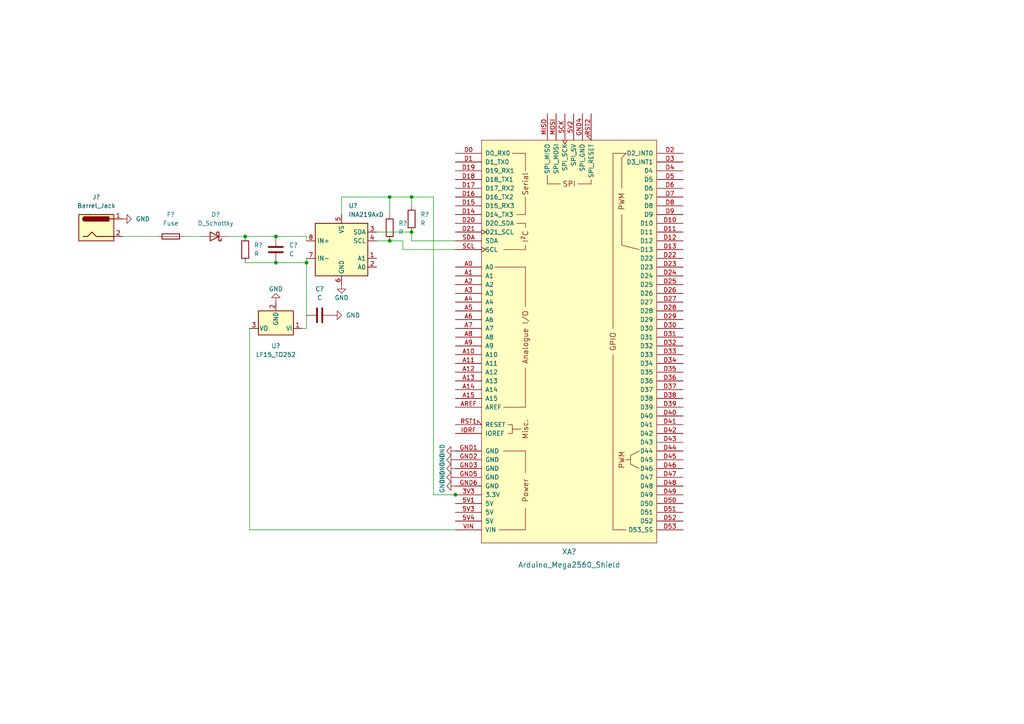
<source format=kicad_sch>
(kicad_sch (version 20211123) (generator eeschema)
  (paper "A4")
  (lib_symbols
    (symbol "Analog_ADC:INA219AxD"
      (property "Reference" "U" (at -6.35 8.89 0))
      (property "Value" "INA219AxD" (at 5.08 8.89 0))
      (symbol "INA219AxD_0_1"
        (rectangle (start -7.62 7.62) (end 7.62 -7.62) (stroke (width 0.254)) (fill (type background)))
      )
      (symbol "INA219AxD_1_1"
        (pin input line (at 10.16 -2.54 180) (length 2.54) (name "A1") (number "1"))
        (pin input line (at 10.16 -5.08 180) (length 2.54) (name "A0") (number "2"))
        (pin bidirectional line (at 10.16 5.08 180) (length 2.54) (name "SDA") (number "3"))
        (pin input line (at 10.16 2.54 180) (length 2.54) (name "SCL") (number "4"))
        (pin power_in line (at 0 10.16 270) (length 2.54) (name "VS") (number "5"))
        (pin power_in line (at 0 -10.16 90) (length 2.54) (name "GND") (number "6"))
        (pin input line (at -10.16 -2.54 0) (length 2.54) (name "IN-") (number "7"))
        (pin input line (at -10.16 2.54 0) (length 2.54) (name "IN+") (number "8"))
      )
    )
    (symbol "Arduino_Boards:Arduino_Mega2560_Shield" (pin_names (offset 1.016))
      (property "Reference" "XA" (at 2.54 0 90))
      (property "Value" "Arduino_Mega2560_Shield" (at -2.54 0 90))
      (symbol "Arduino_Mega2560_Shield_0_0"
        (rectangle (start -25.4 -58.42) (end 25.4 58.42) (fill (type background)))
        (rectangle (start -20.32 -54.61) (end -12.7 -54.61))
        (rectangle (start -19.05 -31.75) (end -12.7 -31.75))
        (rectangle (start -19.05 -19.05) (end -12.7 -19.05))
        (rectangle (start -19.05 26.67) (end -12.7 26.67))
        (rectangle (start -17.78 -26.67) (end -16.51 -26.67))
        (rectangle (start -17.78 -24.13) (end -16.51 -24.13))
        (rectangle (start -16.51 -25.4) (end -13.97 -25.4))
        (rectangle (start -16.51 -24.13) (end -16.51 -26.67))
        (rectangle (start -16.51 54.61) (end -12.7 54.61))
        (rectangle (start -15.24 34.29) (end -12.7 34.29))
        (rectangle (start -15.24 36.83) (end -12.7 36.83))
        (rectangle (start -12.7 -54.61) (end -12.7 -48.26))
        (rectangle (start -12.7 -31.75) (end -12.7 -38.1))
        (rectangle (start -12.7 26.67) (end -12.7 27.94))
        (rectangle (start -12.7 34.29) (end -12.7 33.02))
        (rectangle (start -12.7 41.91) (end -12.7 36.83))
        (rectangle (start -12.7 49.53) (end -12.7 54.61))
        (rectangle (start -6.35 48.26) (end -6.35 45.72))
        (rectangle (start -2.54 45.72) (end -6.35 45.72))
        (polyline (pts (xy -21.59 21.59) (xy -12.7 21.59)))
        (polyline (pts (xy -12.7 -19.05) (xy -12.7 -7.62)))
        (polyline (pts (xy -12.7 10.16) (xy -12.7 21.59)))
        (polyline (pts (xy 12.7 -54.61) (xy 16.51 -54.61)))
        (polyline (pts (xy 12.7 54.61) (xy 16.51 54.61)))
        (polyline (pts (xy 17.78 -34.29) (xy 16.51 -34.29)))
        (polyline (pts (xy 15.24 36.83) (xy 15.24 27.94) (xy 20.32 26.67)))
        (polyline (pts (xy 15.24 44.45) (xy 15.24 53.34) (xy 16.51 54.61)))
        (polyline (pts (xy 20.32 -31.75) (xy 17.78 -33.02) (xy 17.78 -35.56) (xy 20.32 -36.83)))
        (rectangle (start 6.35 45.72) (end 2.54 45.72))
        (rectangle (start 6.35 46.99) (end 6.35 45.72))
        (text "Analogue I/O" (at -12.7 1.27 900) (effects (font (size 1.524 1.524))))
        (text "I²C" (at -12.7 30.48 900) (effects (font (size 1.524 1.524))))
        (text "Misc." (at -12.7 -25.4 900) (effects (font (size 1.524 1.524))))
        (text "Power" (at -12.7 -43.18 900) (effects (font (size 1.524 1.524))))
        (text "PWM" (at 15.24 -34.29 900) (effects (font (size 1.524 1.524))))
        (text "PWM" (at 15.24 40.64 900) (effects (font (size 1.524 1.524))))
        (text "Serial" (at -12.7 45.72 900) (effects (font (size 1.524 1.524))))
        (text "SPI" (at 0 45.72 0) (effects (font (size 1.524 1.524))))
      )
      (symbol "Arduino_Mega2560_Shield_1_0"
        (rectangle (start 12.7 -54.61) (end 12.7 -3.81))
        (rectangle (start 12.7 54.61) (end 12.7 3.81))
        (text "GPIO" (at 12.7 0 900) (effects (font (size 1.524 1.524))))
      )
      (symbol "Arduino_Mega2560_Shield_1_1"
        (pin power_in line (at -33.02 -44.45 0) (length 7.62) (name "3.3V") (number "3V3"))
        (pin power_in line (at -33.02 -46.99 0) (length 7.62) (name "5V") (number "5V1"))
        (pin power_in line (at 1.27 66.04 270) (length 7.62) (name "SPI_5V") (number "5V2"))
        (pin power_in line (at -33.02 -49.53 0) (length 7.62) (name "5V") (number "5V3"))
        (pin power_in line (at -33.02 -52.07 0) (length 7.62) (name "5V") (number "5V4"))
        (pin bidirectional line (at -33.02 21.59 0) (length 7.62) (name "A0") (number "A0"))
        (pin bidirectional line (at -33.02 19.05 0) (length 7.62) (name "A1") (number "A1"))
        (pin bidirectional line (at -33.02 -3.81 0) (length 7.62) (name "A10") (number "A10"))
        (pin bidirectional line (at -33.02 -6.35 0) (length 7.62) (name "A11") (number "A11"))
        (pin bidirectional line (at -33.02 -8.89 0) (length 7.62) (name "A12") (number "A12"))
        (pin bidirectional line (at -33.02 -11.43 0) (length 7.62) (name "A13") (number "A13"))
        (pin bidirectional line (at -33.02 -13.97 0) (length 7.62) (name "A14") (number "A14"))
        (pin bidirectional line (at -33.02 -16.51 0) (length 7.62) (name "A15") (number "A15"))
        (pin bidirectional line (at -33.02 16.51 0) (length 7.62) (name "A2") (number "A2"))
        (pin bidirectional line (at -33.02 13.97 0) (length 7.62) (name "A3") (number "A3"))
        (pin bidirectional line (at -33.02 11.43 0) (length 7.62) (name "A4") (number "A4"))
        (pin bidirectional line (at -33.02 8.89 0) (length 7.62) (name "A5") (number "A5"))
        (pin bidirectional line (at -33.02 6.35 0) (length 7.62) (name "A6") (number "A6"))
        (pin bidirectional line (at -33.02 3.81 0) (length 7.62) (name "A7") (number "A7"))
        (pin bidirectional line (at -33.02 1.27 0) (length 7.62) (name "A8") (number "A8"))
        (pin bidirectional line (at -33.02 -1.27 0) (length 7.62) (name "A9") (number "A9"))
        (pin input line (at -33.02 -19.05 0) (length 7.62) (name "AREF") (number "AREF"))
        (pin bidirectional line (at -33.02 54.61 0) (length 7.62) (name "D0_RX0") (number "D0"))
        (pin bidirectional line (at -33.02 52.07 0) (length 7.62) (name "D1_TX0") (number "D1"))
        (pin bidirectional line (at 33.02 34.29 180) (length 7.62) (name "D10") (number "D10"))
        (pin bidirectional line (at 33.02 31.75 180) (length 7.62) (name "D11") (number "D11"))
        (pin bidirectional line (at 33.02 29.21 180) (length 7.62) (name "D12") (number "D12"))
        (pin bidirectional line (at 33.02 26.67 180) (length 7.62) (name "D13") (number "D13"))
        (pin bidirectional line (at -33.02 36.83 0) (length 7.62) (name "D14_TX3") (number "D14"))
        (pin bidirectional line (at -33.02 39.37 0) (length 7.62) (name "D15_RX3") (number "D15"))
        (pin bidirectional line (at -33.02 41.91 0) (length 7.62) (name "D16_TX2") (number "D16"))
        (pin bidirectional line (at -33.02 44.45 0) (length 7.62) (name "D17_RX2") (number "D17"))
        (pin bidirectional line (at -33.02 46.99 0) (length 7.62) (name "D18_TX1") (number "D18"))
        (pin bidirectional line (at -33.02 49.53 0) (length 7.62) (name "D19_RX1") (number "D19"))
        (pin bidirectional line (at 33.02 54.61 180) (length 7.62) (name "D2_INT0") (number "D2"))
        (pin bidirectional line (at -33.02 34.29 0) (length 7.62) (name "D20_SDA") (number "D20"))
        (pin bidirectional clock (at -33.02 31.75 0) (length 7.62) (name "D21_SCL") (number "D21"))
        (pin bidirectional line (at 33.02 24.13 180) (length 7.62) (name "D22") (number "D22"))
        (pin bidirectional line (at 33.02 21.59 180) (length 7.62) (name "D23") (number "D23"))
        (pin bidirectional line (at 33.02 19.05 180) (length 7.62) (name "D24") (number "D24"))
        (pin bidirectional line (at 33.02 16.51 180) (length 7.62) (name "D25") (number "D25"))
        (pin bidirectional line (at 33.02 13.97 180) (length 7.62) (name "D26") (number "D26"))
        (pin bidirectional line (at 33.02 11.43 180) (length 7.62) (name "D27") (number "D27"))
        (pin bidirectional line (at 33.02 8.89 180) (length 7.62) (name "D28") (number "D28"))
        (pin bidirectional line (at 33.02 6.35 180) (length 7.62) (name "D29") (number "D29"))
        (pin bidirectional line (at 33.02 52.07 180) (length 7.62) (name "D3_INT1") (number "D3"))
        (pin bidirectional line (at 33.02 3.81 180) (length 7.62) (name "D30") (number "D30"))
        (pin bidirectional line (at 33.02 1.27 180) (length 7.62) (name "D31") (number "D31"))
        (pin bidirectional line (at 33.02 -1.27 180) (length 7.62) (name "D32") (number "D32"))
        (pin bidirectional line (at 33.02 -3.81 180) (length 7.62) (name "D33") (number "D33"))
        (pin bidirectional line (at 33.02 -6.35 180) (length 7.62) (name "D34") (number "D34"))
        (pin bidirectional line (at 33.02 -8.89 180) (length 7.62) (name "D35") (number "D35"))
        (pin bidirectional line (at 33.02 -11.43 180) (length 7.62) (name "D36") (number "D36"))
        (pin bidirectional line (at 33.02 -13.97 180) (length 7.62) (name "D37") (number "D37"))
        (pin bidirectional line (at 33.02 -16.51 180) (length 7.62) (name "D38") (number "D38"))
        (pin bidirectional line (at 33.02 -19.05 180) (length 7.62) (name "D39") (number "D39"))
        (pin bidirectional line (at 33.02 49.53 180) (length 7.62) (name "D4") (number "D4"))
        (pin bidirectional line (at 33.02 -21.59 180) (length 7.62) (name "D40") (number "D40"))
        (pin bidirectional line (at 33.02 -24.13 180) (length 7.62) (name "D41") (number "D41"))
        (pin bidirectional line (at 33.02 -26.67 180) (length 7.62) (name "D42") (number "D42"))
        (pin bidirectional line (at 33.02 -29.21 180) (length 7.62) (name "D43") (number "D43"))
        (pin bidirectional line (at 33.02 -31.75 180) (length 7.62) (name "D44") (number "D44"))
        (pin bidirectional line (at 33.02 -34.29 180) (length 7.62) (name "D45") (number "D45"))
        (pin bidirectional line (at 33.02 -36.83 180) (length 7.62) (name "D46") (number "D46"))
        (pin bidirectional line (at 33.02 -39.37 180) (length 7.62) (name "D47") (number "D47"))
        (pin bidirectional line (at 33.02 -41.91 180) (length 7.62) (name "D48") (number "D48"))
        (pin bidirectional line (at 33.02 -44.45 180) (length 7.62) (name "D49") (number "D49"))
        (pin bidirectional line (at 33.02 46.99 180) (length 7.62) (name "D5") (number "D5"))
        (pin bidirectional line (at 33.02 -46.99 180) (length 7.62) (name "D50") (number "D50"))
        (pin bidirectional line (at 33.02 -49.53 180) (length 7.62) (name "D51") (number "D51"))
        (pin bidirectional line (at 33.02 -52.07 180) (length 7.62) (name "D52") (number "D52"))
        (pin bidirectional line (at 33.02 -54.61 180) (length 7.62) (name "D53_SS") (number "D53"))
        (pin bidirectional line (at 33.02 44.45 180) (length 7.62) (name "D6") (number "D6"))
        (pin bidirectional line (at 33.02 41.91 180) (length 7.62) (name "D7") (number "D7"))
        (pin bidirectional line (at 33.02 39.37 180) (length 7.62) (name "D8") (number "D8"))
        (pin bidirectional line (at 33.02 36.83 180) (length 7.62) (name "D9") (number "D9"))
        (pin power_in line (at -33.02 -31.75 0) (length 7.62) (name "GND") (number "GND1"))
        (pin power_in line (at -33.02 -34.29 0) (length 7.62) (name "GND") (number "GND2"))
        (pin power_in line (at -33.02 -36.83 0) (length 7.62) (name "GND") (number "GND3"))
        (pin power_in line (at 3.81 66.04 270) (length 7.62) (name "SPI_GND") (number "GND4"))
        (pin power_in line (at -33.02 -39.37 0) (length 7.62) (name "GND") (number "GND5"))
        (pin power_in line (at -33.02 -41.91 0) (length 7.62) (name "GND") (number "GND6"))
        (pin output line (at -33.02 -26.67 0) (length 7.62) (name "IOREF") (number "IORF"))
        (pin input line (at -6.35 66.04 270) (length 7.62) (name "SPI_MISO") (number "MISO"))
        (pin output line (at -3.81 66.04 270) (length 7.62) (name "SPI_MOSI") (number "MOSI"))
        (pin open_collector input_low (at -33.02 -24.13 0) (length 7.62) (name "RESET") (number "RST1"))
        (pin open_collector input_low (at 6.35 66.04 270) (length 7.62) (name "SPI_RESET") (number "RST2"))
        (pin output clock (at -1.27 66.04 270) (length 7.62) (name "SPI_SCK") (number "SCK"))
        (pin bidirectional clock (at -33.02 26.67 0) (length 7.62) (name "SCL") (number "SCL"))
        (pin bidirectional line (at -33.02 29.21 0) (length 7.62) (name "SDA") (number "SDA"))
        (pin power_in line (at -33.02 -54.61 0) (length 7.62) (name "VIN") (number "VIN"))
      )
    )
    (symbol "Connector:Barrel_Jack" (pin_names (offset 1.016))
      (property "Reference" "J" (at 0 5.334 0))
      (property "Value" "Barrel_Jack" (at 0 -5.08 0))
      (symbol "Barrel_Jack_0_1"
        (rectangle (start -5.08 3.81) (end 5.08 -3.81) (stroke (width 0.254)) (fill (type background)))
        (arc (start -3.302 3.175) (mid -3.937 2.54) (end -3.302 1.905) (stroke (width 0.254)))
        (arc (start -3.302 3.175) (mid -3.937 2.54) (end -3.302 1.905) (stroke (width 0.254)) (fill (type outline)))
        (polyline (pts (xy 5.08 2.54) (xy 3.81 2.54)) (stroke (width 0.254)))
        (polyline (pts (xy -3.81 -2.54) (xy -2.54 -2.54) (xy -1.27 -1.27) (xy 0 -2.54) (xy 2.54 -2.54) (xy 5.08 -2.54)) (stroke (width 0.254)))
        (rectangle (start 3.683 3.175) (end -3.302 1.905) (stroke (width 0.254)) (fill (type outline)))
      )
      (symbol "Barrel_Jack_1_1"
        (pin passive line (at 7.62 2.54 180) (length 2.54) (name "~") (number "1"))
        (pin passive line (at 7.62 -2.54 180) (length 2.54) (name "~") (number "2"))
      )
    )
    (symbol "Device:C" (pin_numbers hide) (pin_names (offset 0.254))
      (property "Reference" "C" (at 0.635 2.54 0))
      (property "Value" "C" (at 0.635 -2.54 0))
      (symbol "C_0_1"
        (polyline (pts (xy -2.032 -0.762) (xy 2.032 -0.762)) (stroke (width 0.508)))
        (polyline (pts (xy -2.032 0.762) (xy 2.032 0.762)) (stroke (width 0.508)))
      )
      (symbol "C_1_1"
        (pin passive line (at 0 3.81 270) (length 2.794) (name "~") (number "1"))
        (pin passive line (at 0 -3.81 90) (length 2.794) (name "~") (number "2"))
      )
    )
    (symbol "Device:D_Schottky" (pin_numbers hide) (pin_names (offset 1.016) hide)
      (property "Reference" "D" (at 0 2.54 0))
      (property "Value" "D_Schottky" (at 0 -2.54 0))
      (symbol "D_Schottky_0_1"
        (polyline (pts (xy 1.27 0) (xy -1.27 0)))
        (polyline (pts (xy 1.27 1.27) (xy 1.27 -1.27) (xy -1.27 0) (xy 1.27 1.27)) (stroke (width 0.254)))
        (polyline (pts (xy -1.905 0.635) (xy -1.905 1.27) (xy -1.27 1.27) (xy -1.27 -1.27) (xy -0.635 -1.27) (xy -0.635 -0.635)) (stroke (width 0.254)))
      )
      (symbol "D_Schottky_1_1"
        (pin passive line (at -3.81 0 0) (length 2.54) (name "K") (number "1"))
        (pin passive line (at 3.81 0 180) (length 2.54) (name "A") (number "2"))
      )
    )
    (symbol "Device:Fuse" (pin_numbers hide) (pin_names (offset 0))
      (property "Reference" "F" (at 2.032 0 90))
      (property "Value" "Fuse" (at -1.905 0 90))
      (symbol "Fuse_0_1"
        (rectangle (start -0.762 -2.54) (end 0.762 2.54) (stroke (width 0.254)))
        (polyline (pts (xy 0 2.54) (xy 0 -2.54)))
      )
      (symbol "Fuse_1_1"
        (pin passive line (at 0 3.81 270) (length 1.27) (name "~") (number "1"))
        (pin passive line (at 0 -3.81 90) (length 1.27) (name "~") (number "2"))
      )
    )
    (symbol "Device:R" (pin_numbers hide) (pin_names (offset 0))
      (property "Reference" "R" (at 2.032 0 90))
      (property "Value" "R" (at 0 0 90))
      (symbol "R_0_1"
        (rectangle (start -1.016 -2.54) (end 1.016 2.54) (stroke (width 0.254)))
      )
      (symbol "R_1_1"
        (pin passive line (at 0 3.81 270) (length 1.27) (name "~") (number "1"))
        (pin passive line (at 0 -3.81 90) (length 1.27) (name "~") (number "2"))
      )
    )
    (symbol "Regulator_Linear:LF15_TO252" (pin_names (offset 0.254))
      (property "Reference" "U" (at -3.81 3.175 0))
      (property "Value" "LF15_TO252" (at 0 3.175 0))
      (symbol "LF15_TO252_0_1"
        (rectangle (start -5.08 1.905) (end 5.08 -5.08) (stroke (width 0.254)) (fill (type background)))
      )
      (symbol "LF15_TO252_1_1"
        (pin power_in line (at -7.62 0 0) (length 2.54) (name "VI") (number "1"))
        (pin power_in line (at 0 -7.62 90) (length 2.54) (name "GND") (number "2"))
        (pin power_out line (at 7.62 0 180) (length 2.54) (name "VO") (number "3"))
      )
    )
    (symbol "power:GND" (power) (pin_names (offset 0))
      (property "Value" "GND" (at 0 -3.81 0))
      (symbol "GND_0_1"
        (polyline (pts (xy 0 0) (xy 0 -1.27) (xy 1.27 -1.27) (xy 0 -2.54) (xy -1.27 -1.27) (xy 0 -1.27)))
      )
      (symbol "GND_1_1"
        (pin power_in line (at 0 0 270) (length 0) hide (name "GND") (number "1"))
      )
    )
  )
  (junction (at 132.08 143.51))
  (junction (at 80.01 76.2))
  (junction (at 119.38 67.31))
  (junction (at 71.12 68.58))
  (junction (at 113.03 69.85))
  (junction (at 113.03 57.15))
  (junction (at 80.01 68.58))
  (junction (at 119.38 57.15))
  (junction (at 88.9 76.2))
  (wire (pts (xy 116.84 72.39) (xy 132.08 72.39)))
  (wire (pts (xy 88.9 76.2) (xy 88.9 95.25)))
  (wire (pts (xy 109.22 69.85) (xy 113.03 69.85)))
  (wire (pts (xy 71.12 76.2) (xy 80.01 76.2)))
  (wire (pts (xy 119.38 69.85) (xy 132.08 69.85)))
  (wire (pts (xy 113.03 57.15) (xy 119.38 57.15)))
  (wire (pts (xy 80.01 68.58) (xy 88.9 68.58)))
  (wire (pts (xy 116.84 69.85) (xy 116.84 72.39)))
  (wire (pts (xy 72.39 153.67) (xy 72.39 95.25)))
  (wire (pts (xy 113.03 69.85) (xy 116.84 69.85)))
  (wire (pts (xy 87.63 95.25) (xy 88.9 95.25)))
  (wire (pts (xy 99.06 57.15) (xy 113.03 57.15)))
  (wire (pts (xy 119.38 67.31) (xy 119.38 69.85)))
  (wire (pts (xy 35.56 68.58) (xy 45.72 68.58)))
  (wire (pts (xy 88.9 74.93) (xy 88.9 76.2)))
  (wire (pts (xy 119.38 57.15) (xy 119.38 59.69)))
  (wire (pts (xy 66.04 68.58) (xy 71.12 68.58)))
  (wire (pts (xy 119.38 57.15) (xy 125.73 57.15)))
  (wire (pts (xy 88.9 68.58) (xy 88.9 69.85)))
  (wire (pts (xy 125.73 57.15) (xy 125.73 143.51)))
  (wire (pts (xy 133.35 143.51) (xy 132.08 143.51)))
  (wire (pts (xy 113.03 57.15) (xy 113.03 62.23)))
  (wire (pts (xy 109.22 67.31) (xy 119.38 67.31)))
  (wire (pts (xy 71.12 68.58) (xy 80.01 68.58)))
  (wire (pts (xy 53.34 68.58) (xy 58.42 68.58)))
  (wire (pts (xy 132.08 143.51) (xy 125.73 143.51)))
  (wire (pts (xy 132.08 153.67) (xy 72.39 153.67)))
  (wire (pts (xy 99.06 62.23) (xy 99.06 57.15)))
  (wire (pts (xy 80.01 76.2) (xy 88.9 76.2)))
  (symbol (lib_id "Regulator_Linear:LF15_TO252") (at 80.01 95.25 180) (unit 1)
    (property "Reference" "U?" (at 80.01 100.33 0))
    (property "Value" "LF15_TO252" (at 80.01 102.87 0))
    (property "Footprint" "Package_TO_SOT_SMD:TO-252-2" (effects hide))
    (property "Datasheet" "http://www.st.com/content/ccc/resource/technical/document/datasheet/c4/0e/7e/2a/be/bc/4c/bd/CD00000546.pdf/files/CD00000546.pdf/jcr:content/translations/en.CD00000546.pdf" (effects hide))
  )
  (symbol (lib_id "power:GND") (at 35.56 63.5 90) (unit 1)
    (property "Reference" "#PWR?" (effects hide))
    (property "Value" "GND" (at 39.37 63.4999 90) (effects (justify right)))
  )
  (symbol (lib_id "Device:D_Schottky") (at 62.23 68.58 180) (unit 1)
    (property "Reference" "D?" (at 62.5475 62.23 0))
    (property "Value" "D_Schottky" (at 62.5475 64.77 0))
  )
  (symbol (lib_id "Device:C") (at 80.01 72.39 0) (unit 1)
    (property "Reference" "C?" (at 83.82 71.1199 0) (effects (justify left)))
    (property "Value" "C" (at 83.82 73.6599 0) (effects (justify left)))
  )
  (symbol (lib_id "Connector:Barrel_Jack") (at 27.94 66.04 0) (unit 1)
    (property "Reference" "J?" (at 27.94 57.15 0))
    (property "Value" "Barrel_Jack" (at 27.94 59.69 0))
  )
  (symbol (lib_id "power:GND") (at 132.08 135.89 270) (unit 1)
    (property "Reference" "#PWR?" (effects hide))
    (property "Value" "GND" (at 128.27 135.89 0))
  )
  (symbol (lib_id "Arduino_Boards:Arduino_Mega2560_Shield") (at 165.1 99.06 0) (unit 1)
    (property "Reference" "XA?" (at 165.1 160.02 0) (effects (font (size 1.524 1.524))))
    (property "Value" "Arduino_Mega2560_Shield" (at 165.1 163.83 0) (effects (font (size 1.524 1.524))))
    (property "Datasheet" "https://store.arduino.cc/arduino-mega-2560-rev3" (effects hide))
  )
  (symbol (lib_id "Device:R") (at 71.12 72.39 0) (unit 1)
    (property "Reference" "R?" (at 73.66 71.1199 0) (effects (justify left)))
    (property "Value" "R" (at 73.66 73.6599 0) (effects (justify left)))
  )
  (symbol (lib_id "Device:Fuse") (at 49.53 68.58 90) (unit 1)
    (property "Reference" "F?" (at 49.53 62.23 90))
    (property "Value" "Fuse" (at 49.53 64.77 90))
  )
  (symbol (lib_id "power:GND") (at 80.01 87.63 180) (unit 1)
    (property "Reference" "#PWR?" (effects hide))
    (property "Value" "GND" (at 80.01 83.82 0))
  )
  (symbol (lib_id "Device:C") (at 92.71 91.44 90) (unit 1)
    (property "Reference" "C?" (at 92.71 83.82 90))
    (property "Value" "C" (at 92.71 86.36 90))
  )
  (symbol (lib_id "power:GND") (at 99.06 82.55 0) (unit 1)
    (property "Reference" "#PWR?" (effects hide))
    (property "Value" "GND" (at 99.06 86.36 0))
  )
  (symbol (lib_id "Analog_ADC:INA219AxD") (at 99.06 72.39 0) (unit 1)
    (property "Reference" "U?" (at 101.0794 59.69 0) (effects (justify left)))
    (property "Value" "INA219AxD" (at 101.0794 62.23 0) (effects (justify left)))
    (property "Footprint" "Package_SO:SOIC-8_3.9x4.9mm_P1.27mm" (effects hide))
    (property "Datasheet" "http://www.ti.com/lit/ds/symlink/ina219.pdf" (effects hide))
  )
  (symbol (lib_id "power:GND") (at 132.08 133.35 270) (unit 1)
    (property "Reference" "#PWR?" (effects hide))
    (property "Value" "GND" (at 128.27 133.35 0))
  )
  (symbol (lib_id "Device:R") (at 119.38 63.5 0) (unit 1)
    (property "Reference" "R?" (at 121.92 62.2299 0) (effects (justify left)))
    (property "Value" "R" (at 121.92 64.7699 0) (effects (justify left)))
  )
  (symbol (lib_id "power:GND") (at 132.08 130.81 270) (unit 1)
    (property "Reference" "#PWR?" (effects hide))
    (property "Value" "GND" (at 128.27 130.81 0))
  )
  (symbol (lib_id "power:GND") (at 132.08 140.97 270) (unit 1)
    (property "Reference" "#PWR?" (effects hide))
    (property "Value" "GND" (at 128.27 140.97 0))
  )
  (symbol (lib_id "power:GND") (at 132.08 138.43 270) (unit 1)
    (property "Reference" "#PWR?" (effects hide))
    (property "Value" "GND" (at 128.27 138.43 0))
  )
  (symbol (lib_id "Device:R") (at 113.03 66.04 0) (unit 1)
    (property "Reference" "R?" (at 115.57 64.7699 0) (effects (justify left)))
    (property "Value" "R" (at 115.57 67.3099 0) (effects (justify left)))
  )
  (symbol (lib_id "power:GND") (at 96.52 91.44 90) (unit 1)
    (property "Reference" "#PWR?" (effects hide))
    (property "Value" "GND" (at 100.33 91.4399 90) (effects (justify right)))
  )
)
</source>
